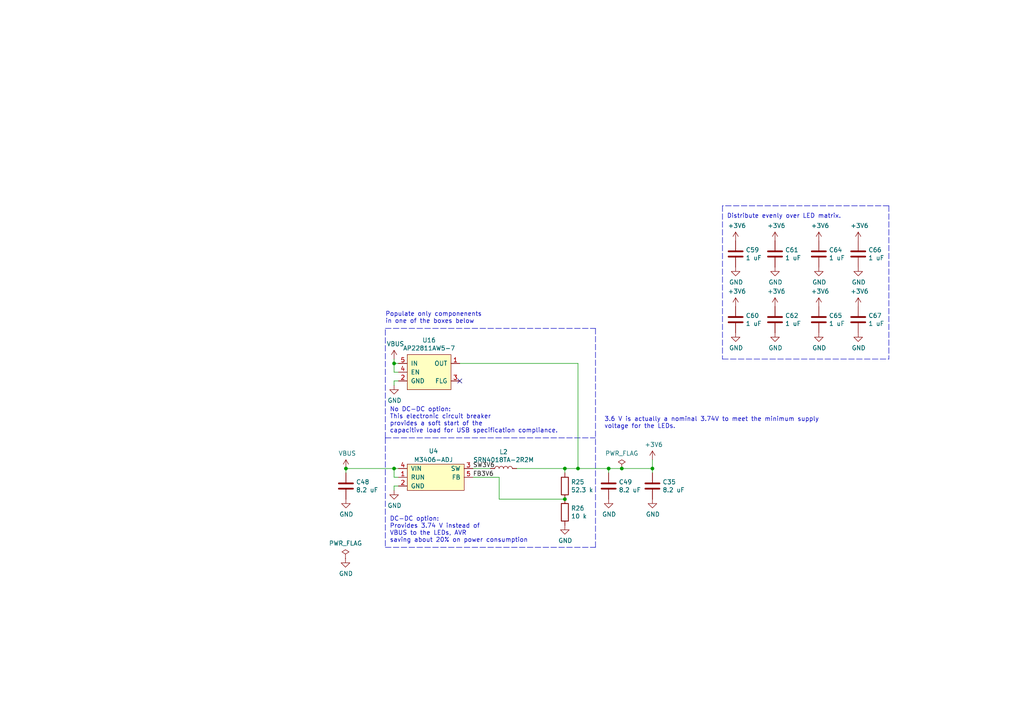
<source format=kicad_sch>
(kicad_sch (version 20211123) (generator eeschema)
  (paper "A4")
  (title_block (title "Launch Lite ISO") (date "2022-05-23") (rev "pre-1.0") (company "System76"))
  (lib_symbols
    (symbol "Device:C" (pin_numbers hide) (pin_names (offset 0.254))
      (property "Reference" "C" (at 0.635 2.54 0))
      (property "Value" "C" (at 0.635 -2.54 0))
      (symbol "C_0_1"
        (polyline (pts (xy -2.032 -0.762) (xy 2.032 -0.762)) (stroke (width 0.508)))
        (polyline (pts (xy -2.032 0.762) (xy 2.032 0.762)) (stroke (width 0.508)))
      )
      (symbol "C_1_1"
        (pin passive line (at 0 3.81 270) (length 2.794) (name "~") (number "1"))
        (pin passive line (at 0 -3.81 90) (length 2.794) (name "~") (number "2"))
      )
    )
    (symbol "Device:L" (pin_numbers hide) (pin_names (offset 1.016) hide)
      (property "Reference" "L" (at -1.27 0 90))
      (property "Value" "L" (at 1.905 0 90))
      (symbol "L_0_1"
        (arc (start 0 -2.54) (mid 0.635 -1.905) (end 0 -1.27))
        (arc (start 0 -1.27) (mid 0.635 -0.635) (end 0 0))
        (arc (start 0 0) (mid 0.635 0.635) (end 0 1.27))
        (arc (start 0 1.27) (mid 0.635 1.905) (end 0 2.54))
      )
      (symbol "L_1_1"
        (pin passive line (at 0 3.81 270) (length 1.27) (name "1") (number "1"))
        (pin passive line (at 0 -3.81 90) (length 1.27) (name "2") (number "2"))
      )
    )
    (symbol "Device:R" (pin_numbers hide) (pin_names (offset 0))
      (property "Reference" "R" (at 2.032 0 90))
      (property "Value" "R" (at 0 0 90))
      (symbol "R_0_1"
        (rectangle (start -1.016 -2.54) (end 1.016 2.54) (stroke (width 0.254)))
      )
      (symbol "R_1_1"
        (pin passive line (at 0 3.81 270) (length 1.27) (name "~") (number "1"))
        (pin passive line (at 0 -3.81 90) (length 1.27) (name "~") (number "2"))
      )
    )
    (symbol "launch:+3V6" (power) (pin_names (offset 0))
      (property "Value" "+3V6" (at 0 3.556 0))
      (symbol "+3V6_0_1"
        (polyline (pts (xy -0.762 1.27) (xy 0 2.54)))
        (polyline (pts (xy 0 0) (xy 0 2.54)))
        (polyline (pts (xy 0 2.54) (xy 0.762 1.27)))
      )
      (symbol "+3V6_1_1"
        (pin power_in line (at 0 0 90) (length 0) hide (name "+3V6") (number "1"))
      )
    )
    (symbol "launch:AP22811AW5-7‎" (pin_names (offset 1.016))
      (property "Reference" "U" (at -6.35 8.89 0))
      (property "Value" "AP22811AW5-7‎" (at -6.35 6.35 0))
      (symbol "AP22811AW5-7‎_0_1"
        (rectangle (start 6.35 5.08) (end -6.35 -5.08) (fill (type background)))
      )
      (symbol "AP22811AW5-7‎_1_1"
        (pin power_out line (at 8.89 2.54 180) (length 2.54) (name "OUT") (number "1"))
        (pin power_in line (at -8.89 -2.54 0) (length 2.54) (name "GND") (number "2"))
        (pin open_collector line (at 8.89 -2.54 180) (length 2.54) (name "FLG") (number "3"))
        (pin input line (at -8.89 0 0) (length 2.54) (name "EN") (number "4"))
        (pin power_in line (at -8.89 2.54 0) (length 2.54) (name "IN") (number "5"))
      )
    )
    (symbol "launch:M3406-ADJ" (pin_names (offset 1.016))
      (property "Reference" "U" (at 0 3.81 0))
      (property "Value" "M3406-ADJ" (at 0 1.27 0))
      (symbol "M3406-ADJ_0_1"
        (rectangle (start 16.51 0) (end 0 -7.62) (fill (type background)))
      )
      (symbol "M3406-ADJ_1_1"
        (pin passive line (at -2.54 -3.81 0) (length 2.54) (name "RUN") (number "1"))
        (pin power_in line (at -2.54 -6.35 0) (length 2.54) (name "GND") (number "2"))
        (pin passive line (at 19.05 -1.27 180) (length 2.54) (name "SW") (number "3"))
        (pin power_in line (at -2.54 -1.27 0) (length 2.54) (name "VIN") (number "4"))
        (pin passive line (at 19.05 -3.81 180) (length 2.54) (name "FB") (number "5"))
      )
    )
    (symbol "power:GND" (power) (pin_names (offset 0))
      (property "Value" "GND" (at 0 -3.81 0))
      (symbol "GND_0_1"
        (polyline (pts (xy 0 0) (xy 0 -1.27) (xy 1.27 -1.27) (xy 0 -2.54) (xy -1.27 -1.27) (xy 0 -1.27)))
      )
      (symbol "GND_1_1"
        (pin power_in line (at 0 0 270) (length 0) hide (name "GND") (number "1"))
      )
    )
    (symbol "power:PWR_FLAG" (power) (pin_numbers hide) (pin_names (offset 0) hide)
      (property "Value" "PWR_FLAG" (at 0 3.81 0))
      (symbol "PWR_FLAG_0_0"
        (pin power_out line (at 0 0 90) (length 0) (name "pwr") (number "1"))
      )
      (symbol "PWR_FLAG_0_1"
        (polyline (pts (xy 0 0) (xy 0 1.27) (xy -1.016 1.905) (xy 0 2.54) (xy 1.016 1.905) (xy 0 1.27)))
      )
    )
    (symbol "power:VBUS" (power) (pin_names (offset 0))
      (property "Value" "VBUS" (at 0 3.81 0))
      (symbol "VBUS_0_1"
        (polyline (pts (xy -0.762 1.27) (xy 0 2.54)))
        (polyline (pts (xy 0 0) (xy 0 2.54)))
        (polyline (pts (xy 0 2.54) (xy 0.762 1.27)))
      )
      (symbol "VBUS_1_1"
        (pin power_in line (at 0 0 90) (length 0) hide (name "VBUS") (number "1"))
      )
    )
  )
  (junction (at 163.83 135.89))
  (junction (at 167.64 135.89))
  (junction (at 176.53 135.89))
  (junction (at 189.23 135.89))
  (junction (at 114.3 135.89))
  (junction (at 163.83 144.78))
  (junction (at 180.34 135.89))
  (junction (at 100.33 135.89))
  (junction (at 114.3 105.41))
  (no_connect (at 133.35 110.49))
  (polyline (pts (xy 111.76 127) (xy 172.72 127)))
  (polyline (pts (xy 111.76 158.75) (xy 172.72 158.75)))
  (polyline (pts (xy 172.72 158.75) (xy 172.72 127)))
  (polyline (pts (xy 111.76 127) (xy 111.76 158.75)))
  (wire (pts (xy 176.53 135.89) (xy 180.34 135.89)))
  (wire (pts (xy 144.78 144.78) (xy 163.83 144.78)))
  (wire (pts (xy 114.3 105.41) (xy 114.3 104.14)))
  (wire (pts (xy 114.3 107.95) (xy 114.3 105.41)))
  (wire (pts (xy 114.3 140.97) (xy 114.3 142.24)))
  (polyline (pts (xy 209.55 104.14) (xy 257.81 104.14)))
  (polyline (pts (xy 257.81 59.69) (xy 209.55 59.69)))
  (wire (pts (xy 100.33 135.89) (xy 100.33 137.16)))
  (wire (pts (xy 144.78 144.78) (xy 144.78 138.43)))
  (wire (pts (xy 100.33 135.89) (xy 114.3 135.89)))
  (wire (pts (xy 133.35 105.41) (xy 167.64 105.41)))
  (wire (pts (xy 167.64 105.41) (xy 167.64 135.89)))
  (wire (pts (xy 114.3 110.49) (xy 115.57 110.49)))
  (wire (pts (xy 180.34 135.89) (xy 189.23 135.89)))
  (polyline (pts (xy 111.76 127) (xy 111.76 95.25)))
  (polyline (pts (xy 111.76 95.25) (xy 172.72 95.25)))
  (polyline (pts (xy 172.72 95.25) (xy 172.72 127)))
  (wire (pts (xy 176.53 135.89) (xy 176.53 137.16)))
  (polyline (pts (xy 209.55 59.69) (xy 209.55 104.14)))
  (wire (pts (xy 189.23 135.89) (xy 189.23 133.35)))
  (wire (pts (xy 115.57 138.43) (xy 114.3 138.43)))
  (wire (pts (xy 163.83 137.16) (xy 163.83 135.89)))
  (wire (pts (xy 115.57 105.41) (xy 114.3 105.41)))
  (wire (pts (xy 114.3 138.43) (xy 114.3 135.89)))
  (wire (pts (xy 114.3 135.89) (xy 115.57 135.89)))
  (wire (pts (xy 163.83 135.89) (xy 167.64 135.89)))
  (wire (pts (xy 167.64 135.89) (xy 176.53 135.89)))
  (polyline (pts (xy 257.81 59.69) (xy 257.81 104.14)))
  (wire (pts (xy 149.86 135.89) (xy 163.83 135.89)))
  (wire (pts (xy 115.57 140.97) (xy 114.3 140.97)))
  (wire (pts (xy 114.3 111.76) (xy 114.3 110.49)))
  (wire (pts (xy 142.24 135.89) (xy 137.16 135.89)))
  (wire (pts (xy 189.23 137.16) (xy 189.23 135.89)))
  (wire (pts (xy 144.78 138.43) (xy 137.16 138.43)))
  (wire (pts (xy 115.57 107.95) (xy 114.3 107.95)))
  (text "No DC-DC option:\nThis electronic circuit breaker\nprovides a soft start of the\ncapacitive load for USB specification compliance." (at 113.03 125.73 0) (effects (font (size 1.27 1.27)) (justify left bottom)))
  (text "Populate only componenents\nin one of the boxes below" (at 111.76 93.98 0) (effects (font (size 1.27 1.27)) (justify left bottom)))
  (text "3.6 V is actually a nominal 3.74V to meet the minimum supply\nvoltage for the LEDs." (at 175.26 124.46 0) (effects (font (size 1.27 1.27)) (justify left bottom)))
  (text "DC-DC option:\nProvides 3.74 V instead of\nVBUS to the LEDs, AVR\nsaving about 20% on power consumption" (at 113.03 157.48 0) (effects (font (size 1.27 1.27)) (justify left bottom)))
  (text "Distribute evenly over LED matrix." (at 210.82 63.5 0) (effects (font (size 1.27 1.27)) (justify left bottom)))
  (label "SW3V6" (at 137.16 135.89 0))
  (label "FB3V6" (at 137.16 138.43 0))
  (symbol (lib_id "launch:+3V6") (at 189.23 133.35 0) (unit 1)
    (property "Reference" "#PWR0283" (effects hide))
    (property "Value" "+3V6" (at 189.611 128.9558 0))
  )
  (symbol (lib_id "Device:C") (at 213.36 73.66 0) (unit 1)
    (property "Reference" "C59" (at 216.281 72.4916 0) (effects (justify left)))
    (property "Value" "1 uF" (at 216.281 74.803 0) (effects (justify left)))
    (property "Footprint" "launch:C_0402_1005Metric" (effects hide))
    (property "Manufacturer" "Generic X5R capacitor" (effects hide))
  )
  (symbol (lib_id "Device:C") (at 224.79 73.66 0) (unit 1)
    (property "Reference" "C61" (at 227.711 72.4916 0) (effects (justify left)))
    (property "Value" "1 uF" (at 227.711 74.803 0) (effects (justify left)))
    (property "Footprint" "launch:C_0402_1005Metric" (effects hide))
    (property "Manufacturer" "Generic X5R capacitor" (effects hide))
  )
  (symbol (lib_id "Device:C") (at 237.49 73.66 0) (unit 1)
    (property "Reference" "C64" (at 240.411 72.4916 0) (effects (justify left)))
    (property "Value" "1 uF" (at 240.411 74.803 0) (effects (justify left)))
    (property "Footprint" "launch:C_0402_1005Metric" (effects hide))
    (property "Manufacturer" "Generic X5R capacitor" (effects hide))
  )
  (symbol (lib_id "Device:C") (at 248.92 73.66 0) (unit 1)
    (property "Reference" "C66" (at 251.841 72.4916 0) (effects (justify left)))
    (property "Value" "1 uF" (at 251.841 74.803 0) (effects (justify left)))
    (property "Footprint" "launch:C_0402_1005Metric" (effects hide))
    (property "Manufacturer" "Generic X5R capacitor" (effects hide))
  )
  (symbol (lib_id "power:GND") (at 213.36 96.52 0) (unit 1)
    (property "Reference" "#PWR0265" (effects hide))
    (property "Value" "GND" (at 213.487 100.9142 0))
  )
  (symbol (lib_id "launch:+3V6") (at 213.36 88.9 0) (unit 1)
    (property "Reference" "#PWR0356" (effects hide))
    (property "Value" "+3V6" (at 213.741 84.5058 0))
  )
  (symbol (lib_id "power:GND") (at 224.79 96.52 0) (unit 1)
    (property "Reference" "#PWR0357" (effects hide))
    (property "Value" "GND" (at 224.917 100.9142 0))
  )
  (symbol (lib_id "launch:+3V6") (at 224.79 88.9 0) (unit 1)
    (property "Reference" "#PWR0358" (effects hide))
    (property "Value" "+3V6" (at 225.171 84.5058 0))
  )
  (symbol (lib_id "power:GND") (at 237.49 96.52 0) (unit 1)
    (property "Reference" "#PWR0359" (effects hide))
    (property "Value" "GND" (at 237.617 100.9142 0))
  )
  (symbol (lib_id "launch:+3V6") (at 237.49 88.9 0) (unit 1)
    (property "Reference" "#PWR0360" (effects hide))
    (property "Value" "+3V6" (at 237.871 84.5058 0))
  )
  (symbol (lib_id "power:GND") (at 248.92 96.52 0) (unit 1)
    (property "Reference" "#PWR0361" (effects hide))
    (property "Value" "GND" (at 249.047 100.9142 0))
  )
  (symbol (lib_id "launch:+3V6") (at 248.92 88.9 0) (unit 1)
    (property "Reference" "#PWR0362" (effects hide))
    (property "Value" "+3V6" (at 249.301 84.5058 0))
  )
  (symbol (lib_id "Device:C") (at 213.36 92.71 0) (unit 1)
    (property "Reference" "C60" (at 216.281 91.5416 0) (effects (justify left)))
    (property "Value" "1 uF" (at 216.281 93.853 0) (effects (justify left)))
    (property "Footprint" "launch:C_0402_1005Metric" (effects hide))
    (property "Manufacturer" "Generic X5R capacitor" (effects hide))
  )
  (symbol (lib_id "Device:C") (at 224.79 92.71 0) (unit 1)
    (property "Reference" "C62" (at 227.711 91.5416 0) (effects (justify left)))
    (property "Value" "1 uF" (at 227.711 93.853 0) (effects (justify left)))
    (property "Footprint" "launch:C_0402_1005Metric" (effects hide))
    (property "Manufacturer" "Generic X5R capacitor" (effects hide))
  )
  (symbol (lib_id "Device:C") (at 237.49 92.71 0) (unit 1)
    (property "Reference" "C65" (at 240.411 91.5416 0) (effects (justify left)))
    (property "Value" "1 uF" (at 240.411 93.853 0) (effects (justify left)))
    (property "Footprint" "launch:C_0402_1005Metric" (effects hide))
    (property "Manufacturer" "Generic X5R capacitor" (effects hide))
  )
  (symbol (lib_id "Device:C") (at 248.92 92.71 0) (unit 1)
    (property "Reference" "C67" (at 251.841 91.5416 0) (effects (justify left)))
    (property "Value" "1 uF" (at 251.841 93.853 0) (effects (justify left)))
    (property "Footprint" "launch:C_0402_1005Metric" (effects hide))
    (property "Manufacturer" "Generic X5R capacitor" (effects hide))
  )
  (symbol (lib_id "power:VBUS") (at 114.3 104.14 0) (unit 1)
    (property "Reference" "#PWR0252" (effects hide))
    (property "Value" "VBUS" (at 114.681 99.7458 0))
  )
  (symbol (lib_id "launch:AP22811AW5-7‎") (at 124.46 107.95 0) (unit 1) (in_bom no)
    (property "Reference" "U16" (at 124.46 98.679 0))
    (property "Value" "AP22811AW5-7‎" (at 124.46 100.9904 0))
    (property "Footprint" "launch:SOT-23-5" (effects hide))
    (property "Datasheet" "${KIPRJMOD}/../pcb/docs/AP22811.pdf" (effects hide))
    (property "Manufacturer" "Diodes Inc." (effects hide))
  )
  (symbol (lib_id "power:GND") (at 114.3 111.76 0) (unit 1)
    (property "Reference" "#PWR0254" (effects hide))
    (property "Value" "GND" (at 114.427 116.1542 0))
  )
  (symbol (lib_id "power:GND") (at 213.36 77.47 0) (unit 1)
    (property "Reference" "#PWR0348" (effects hide))
    (property "Value" "GND" (at 213.487 81.8642 0))
  )
  (symbol (lib_id "launch:+3V6") (at 213.36 69.85 0) (unit 1)
    (property "Reference" "#PWR0349" (effects hide))
    (property "Value" "+3V6" (at 213.741 65.4558 0))
  )
  (symbol (lib_id "power:GND") (at 224.79 77.47 0) (unit 1)
    (property "Reference" "#PWR0350" (effects hide))
    (property "Value" "GND" (at 224.917 81.8642 0))
  )
  (symbol (lib_id "launch:+3V6") (at 224.79 69.85 0) (unit 1)
    (property "Reference" "#PWR0351" (effects hide))
    (property "Value" "+3V6" (at 225.171 65.4558 0))
  )
  (symbol (lib_id "power:GND") (at 237.49 77.47 0) (unit 1)
    (property "Reference" "#PWR0352" (effects hide))
    (property "Value" "GND" (at 237.617 81.8642 0))
  )
  (symbol (lib_id "launch:+3V6") (at 237.49 69.85 0) (unit 1)
    (property "Reference" "#PWR0353" (effects hide))
    (property "Value" "+3V6" (at 237.871 65.4558 0))
  )
  (symbol (lib_id "power:GND") (at 248.92 77.47 0) (unit 1)
    (property "Reference" "#PWR0354" (effects hide))
    (property "Value" "GND" (at 249.047 81.8642 0))
  )
  (symbol (lib_id "launch:+3V6") (at 248.92 69.85 0) (unit 1)
    (property "Reference" "#PWR0355" (effects hide))
    (property "Value" "+3V6" (at 249.301 65.4558 0))
  )
  (symbol (lib_id "power:PWR_FLAG") (at 180.34 135.89 0) (unit 1)
    (property "Reference" "#FLG0102" (effects hide))
    (property "Value" "PWR_FLAG" (at 180.34 131.4958 0))
  )
  (symbol (lib_id "power:PWR_FLAG") (at 100.203 161.9758 0) (unit 1)
    (property "Reference" "#FLG0103" (effects hide))
    (property "Value" "PWR_FLAG" (at 100.203 157.5816 0))
  )
  (symbol (lib_id "power:GND") (at 100.203 161.9758 0) (unit 1)
    (property "Reference" "#PWR0347" (effects hide))
    (property "Value" "GND" (at 100.33 166.37 0))
  )
  (symbol (lib_id "Device:L") (at 146.05 135.89 90) (unit 1)
    (property "Reference" "L2" (at 146.05 131.064 90))
    (property "Value" "SRN4018TA-2R2M" (at 146.05 133.3754 90))
    (property "Footprint" "Inductor_SMD:L_Bourns-SRN4018" (effects hide))
    (property "Manufacturer" "Bourns" (effects hide))
  )
  (symbol (lib_id "Device:C") (at 176.53 140.97 0) (unit 1)
    (property "Reference" "C49" (at 179.451 139.8016 0) (effects (justify left)))
    (property "Value" "8.2 uF" (at 179.451 142.113 0) (effects (justify left)))
    (property "Footprint" "Capacitor_SMD:C_0805_2012Metric" (effects hide))
    (property "Manufacturer" "Generic X5R capacitor" (effects hide))
  )
  (symbol (lib_id "power:GND") (at 176.53 144.78 0) (unit 1)
    (property "Reference" "#PWR0199" (effects hide))
    (property "Value" "GND" (at 176.657 149.1742 0))
  )
  (symbol (lib_id "Device:R") (at 163.83 140.97 0) (unit 1)
    (property "Reference" "R25" (at 165.608 139.8016 0) (effects (justify left)))
    (property "Value" "52.3 k" (at 165.608 142.113 0) (effects (justify left)))
    (property "Footprint" "launch:R_0402_1005Metric" (effects hide))
    (property "Manufacturer" "Generic 1% resistor" (effects hide))
  )
  (symbol (lib_id "Device:R") (at 163.83 148.59 0) (unit 1)
    (property "Reference" "R26" (at 165.608 147.4216 0) (effects (justify left)))
    (property "Value" "10 k" (at 165.608 149.733 0) (effects (justify left)))
    (property "Footprint" "launch:R_0402_1005Metric" (effects hide))
    (property "Manufacturer" "Generic 1% resistor" (effects hide))
  )
  (symbol (lib_id "power:GND") (at 163.83 152.4 0) (unit 1)
    (property "Reference" "#PWR0281" (effects hide))
    (property "Value" "GND" (at 163.957 156.7942 0))
  )
  (symbol (lib_id "Device:C") (at 100.33 140.97 0) (unit 1)
    (property "Reference" "C48" (at 103.251 139.8016 0) (effects (justify left)))
    (property "Value" "8.2 uF" (at 103.251 142.113 0) (effects (justify left)))
    (property "Footprint" "Capacitor_SMD:C_0805_2012Metric" (effects hide))
    (property "Manufacturer" "Generic X5R capacitor" (effects hide))
  )
  (symbol (lib_id "power:GND") (at 100.33 144.78 0) (unit 1)
    (property "Reference" "#PWR0282" (effects hide))
    (property "Value" "GND" (at 100.457 149.1742 0))
  )
  (symbol (lib_id "power:GND") (at 114.3 142.24 0) (unit 1)
    (property "Reference" "#PWR0200" (effects hide))
    (property "Value" "GND" (at 114.427 146.6342 0))
  )
  (symbol (lib_id "Device:C") (at 189.23 140.97 0) (unit 1)
    (property "Reference" "C35" (at 192.151 139.8016 0) (effects (justify left)))
    (property "Value" "8.2 uF" (at 192.151 142.113 0) (effects (justify left)))
    (property "Footprint" "Capacitor_SMD:C_0805_2012Metric" (effects hide))
    (property "Manufacturer" "Generic X5R capacitor" (effects hide))
  )
  (symbol (lib_id "power:GND") (at 189.23 144.78 0) (unit 1)
    (property "Reference" "#PWR0374" (effects hide))
    (property "Value" "GND" (at 189.357 149.1742 0))
  )
  (symbol (lib_id "power:VBUS") (at 100.33 135.89 0) (unit 1)
    (property "Reference" "#PWR0115" (effects hide))
    (property "Value" "VBUS" (at 100.711 131.4958 0))
  )
  (symbol (lib_id "launch:M3406-ADJ") (at 118.11 134.62 0) (unit 1)
    (property "Reference" "U4" (at 125.73 130.81 0))
    (property "Value" "M3406-ADJ" (at 125.73 133.35 0))
    (property "Footprint" "launch:SOT-23-5" (effects hide))
    (property "Datasheet" "https://datasheet.lcsc.com/lcsc/1811151539_XI-AN-Aerosemi-Tech-M3406-ADJ_C83224.pdf" (effects hide))
    (property "Manufacturer" "XI'AN Aerosemi Tech" (effects hide))
  )
)
</source>
